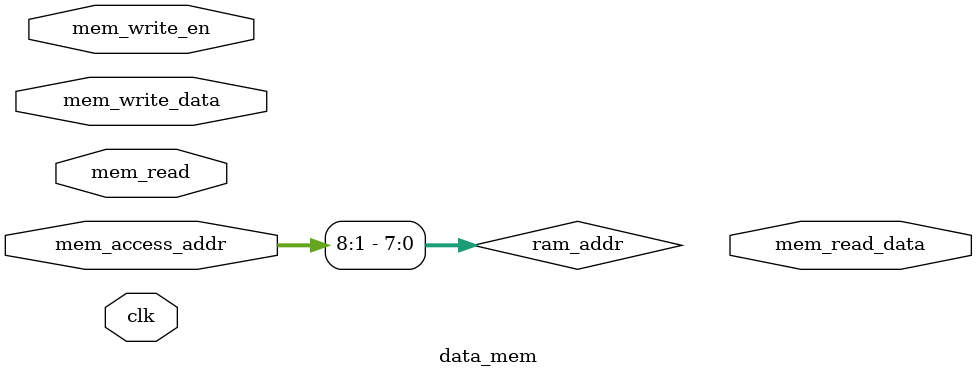
<source format=v>
`timescale 1ns / 1ps


module data_mem(
    input clk,
    input [15:0] mem_access_addr,   //address input, shared by read and write port
    input [15:0] mem_write_data,    //write port
    input mem_write_en,             
    input mem_read,
    output [15:0] mem_read_data     //read port
    );
    
    integer i;
    reg [15:0] ram [255:0];
    wire [7:0] ram_addr = mem_access_addr[8:1];
endmodule

</source>
